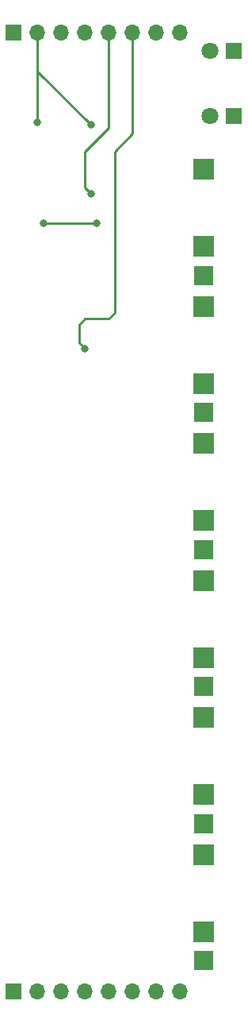
<source format=gbr>
%TF.GenerationSoftware,KiCad,Pcbnew,(6.0.10-0)*%
%TF.CreationDate,2023-01-16T20:28:56+10:30*%
%TF.ProjectId,BLE_Module_Front_Board,424c455f-4d6f-4647-956c-655f46726f6e,rev?*%
%TF.SameCoordinates,Original*%
%TF.FileFunction,Copper,L2,Bot*%
%TF.FilePolarity,Positive*%
%FSLAX46Y46*%
G04 Gerber Fmt 4.6, Leading zero omitted, Abs format (unit mm)*
G04 Created by KiCad (PCBNEW (6.0.10-0)) date 2023-01-16 20:28:56*
%MOMM*%
%LPD*%
G01*
G04 APERTURE LIST*
%TA.AperFunction,ComponentPad*%
%ADD10R,2.025000X2.025000*%
%TD*%
%TA.AperFunction,ComponentPad*%
%ADD11R,2.325000X2.325000*%
%TD*%
%TA.AperFunction,ComponentPad*%
%ADD12R,1.700000X1.700000*%
%TD*%
%TA.AperFunction,ComponentPad*%
%ADD13O,1.700000X1.700000*%
%TD*%
%TA.AperFunction,ComponentPad*%
%ADD14R,1.800000X1.800000*%
%TD*%
%TA.AperFunction,ComponentPad*%
%ADD15C,1.800000*%
%TD*%
%TA.AperFunction,ViaPad*%
%ADD16C,0.800000*%
%TD*%
%TA.AperFunction,Conductor*%
%ADD17C,0.250000*%
%TD*%
G04 APERTURE END LIST*
D10*
%TO.P,P6,P$1_SLEEVE*%
%TO.N,GND*%
X28575000Y-100825000D03*
D11*
%TO.P,P6,P$2_SWITCH*%
%TO.N,unconnected-(P6-PadP$2_SWITCH)*%
X28575000Y-97725000D03*
%TO.P,P6,P$3_TIP*%
%TO.N,Net-(P6-PadP$3_TIP)*%
X28575000Y-89505000D03*
%TD*%
D10*
%TO.P,P3,P$1_SLEEVE*%
%TO.N,GND*%
X28575000Y-57010000D03*
D11*
%TO.P,P3,P$2_SWITCH*%
%TO.N,unconnected-(P3-PadP$2_SWITCH)*%
X28575000Y-53910000D03*
%TO.P,P3,P$3_TIP*%
%TO.N,Net-(P3-PadP$3_TIP)*%
X28575000Y-45690000D03*
%TD*%
D12*
%TO.P,J2,1,Pin_1*%
%TO.N,GND*%
X8270000Y-104115000D03*
D13*
%TO.P,J2,2,Pin_2*%
X10810000Y-104115000D03*
%TO.P,J2,3,Pin_3*%
%TO.N,/CV1*%
X13350000Y-104115000D03*
%TO.P,J2,4,Pin_4*%
%TO.N,/CV2*%
X15890000Y-104115000D03*
%TO.P,J2,5,Pin_5*%
%TO.N,/CV3*%
X18430000Y-104115000D03*
%TO.P,J2,6,Pin_6*%
%TO.N,/CV4*%
X20970000Y-104115000D03*
%TO.P,J2,7,Pin_7*%
%TO.N,GND*%
X23510000Y-104115000D03*
%TO.P,J2,8,Pin_8*%
X26050000Y-104115000D03*
%TD*%
D10*
%TO.P,P5,P$1_SLEEVE*%
%TO.N,GND*%
X28575000Y-86220000D03*
D11*
%TO.P,P5,P$2_SWITCH*%
%TO.N,unconnected-(P5-PadP$2_SWITCH)*%
X28575000Y-83120000D03*
%TO.P,P5,P$3_TIP*%
%TO.N,Net-(P5-PadP$3_TIP)*%
X28575000Y-74900000D03*
%TD*%
D12*
%TO.P,J1,1,Pin_1*%
%TO.N,+5V*%
X8270000Y-1880000D03*
D13*
%TO.P,J1,2,Pin_2*%
%TO.N,GND*%
X10810000Y-1880000D03*
%TO.P,J1,3,Pin_3*%
%TO.N,/LED1*%
X13350000Y-1880000D03*
%TO.P,J1,4,Pin_4*%
%TO.N,/LED2*%
X15890000Y-1880000D03*
%TO.P,J1,5,Pin_5*%
%TO.N,/GATE1*%
X18430000Y-1880000D03*
%TO.P,J1,6,Pin_6*%
%TO.N,/GATE2*%
X20970000Y-1880000D03*
%TO.P,J1,7,Pin_7*%
%TO.N,GND*%
X23510000Y-1880000D03*
%TO.P,J1,8,Pin_8*%
X26050000Y-1880000D03*
%TD*%
D10*
%TO.P,P1,P$1_SLEEVE*%
%TO.N,GND*%
X28575000Y-27800000D03*
D11*
%TO.P,P1,P$2_SWITCH*%
%TO.N,unconnected-(P1-PadP$2_SWITCH)*%
X28575000Y-24700000D03*
%TO.P,P1,P$3_TIP*%
%TO.N,Net-(P1-PadP$3_TIP)*%
X28575000Y-16480000D03*
%TD*%
D14*
%TO.P,D1,1,K*%
%TO.N,GND*%
X31755000Y-10795000D03*
D15*
%TO.P,D1,2,A*%
%TO.N,Net-(D1-Pad2)*%
X29215000Y-10795000D03*
%TD*%
D10*
%TO.P,P2,P$1_SLEEVE*%
%TO.N,GND*%
X28575000Y-42405000D03*
D11*
%TO.P,P2,P$2_SWITCH*%
%TO.N,unconnected-(P2-PadP$2_SWITCH)*%
X28575000Y-39305000D03*
%TO.P,P2,P$3_TIP*%
%TO.N,Net-(P2-PadP$3_TIP)*%
X28575000Y-31085000D03*
%TD*%
D10*
%TO.P,P4,P$1_SLEEVE*%
%TO.N,GND*%
X28575000Y-71615000D03*
D11*
%TO.P,P4,P$2_SWITCH*%
%TO.N,unconnected-(P4-PadP$2_SWITCH)*%
X28575000Y-68515000D03*
%TO.P,P4,P$3_TIP*%
%TO.N,Net-(P4-PadP$3_TIP)*%
X28575000Y-60295000D03*
%TD*%
D14*
%TO.P,D2,1,K*%
%TO.N,GND*%
X31755000Y-3810000D03*
D15*
%TO.P,D2,2,A*%
%TO.N,Net-(D2-Pad2)*%
X29215000Y-3810000D03*
%TD*%
D16*
%TO.N,GND*%
X10795000Y-11430000D03*
X16550247Y-11749154D03*
X17145000Y-22225000D03*
X11430000Y-22225000D03*
%TO.N,/GATE1*%
X16510000Y-19050000D03*
%TO.N,/GATE2*%
X15875000Y-35560000D03*
%TD*%
D17*
%TO.N,GND*%
X10810000Y-6008907D02*
X10810000Y-11415000D01*
X17145000Y-22225000D02*
X11430000Y-22225000D01*
X10810000Y-6008907D02*
X16550247Y-11749154D01*
X10810000Y-1880000D02*
X10810000Y-6008907D01*
X10810000Y-11415000D02*
X10795000Y-11430000D01*
%TO.N,/GATE1*%
X15875000Y-14605000D02*
X15875000Y-18415000D01*
X18430000Y-12050000D02*
X15875000Y-14605000D01*
X15875000Y-18415000D02*
X16510000Y-19050000D01*
X18430000Y-1880000D02*
X18430000Y-12050000D01*
%TO.N,/GATE2*%
X20970000Y-1880000D02*
X20970000Y-12685000D01*
X15240000Y-34925000D02*
X15875000Y-35560000D01*
X19050000Y-31750000D02*
X18415000Y-32385000D01*
X15875000Y-32385000D02*
X15240000Y-33020000D01*
X15240000Y-33020000D02*
X15240000Y-34925000D01*
X19050000Y-14605000D02*
X19050000Y-31750000D01*
X18415000Y-32385000D02*
X15875000Y-32385000D01*
X20970000Y-12685000D02*
X19050000Y-14605000D01*
%TD*%
M02*

</source>
